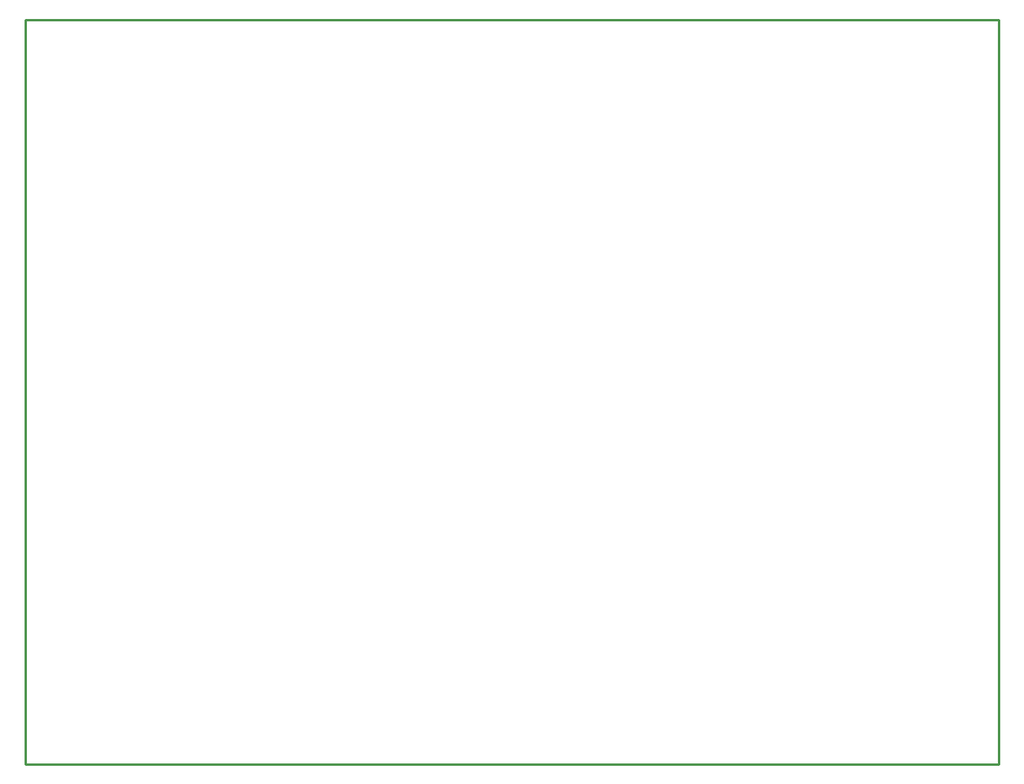
<source format=gbr>
G04 EAGLE Gerber RS-274X export*
G75*
%MOMM*%
%FSLAX34Y34*%
%LPD*%
%IN*%
%IPPOS*%
%AMOC8*
5,1,8,0,0,1.08239X$1,22.5*%
G01*
%ADD10C,0.254000*%


D10*
X0Y0D02*
X1041200Y0D01*
X1041200Y796800D01*
X0Y796800D01*
X0Y0D01*
M02*

</source>
